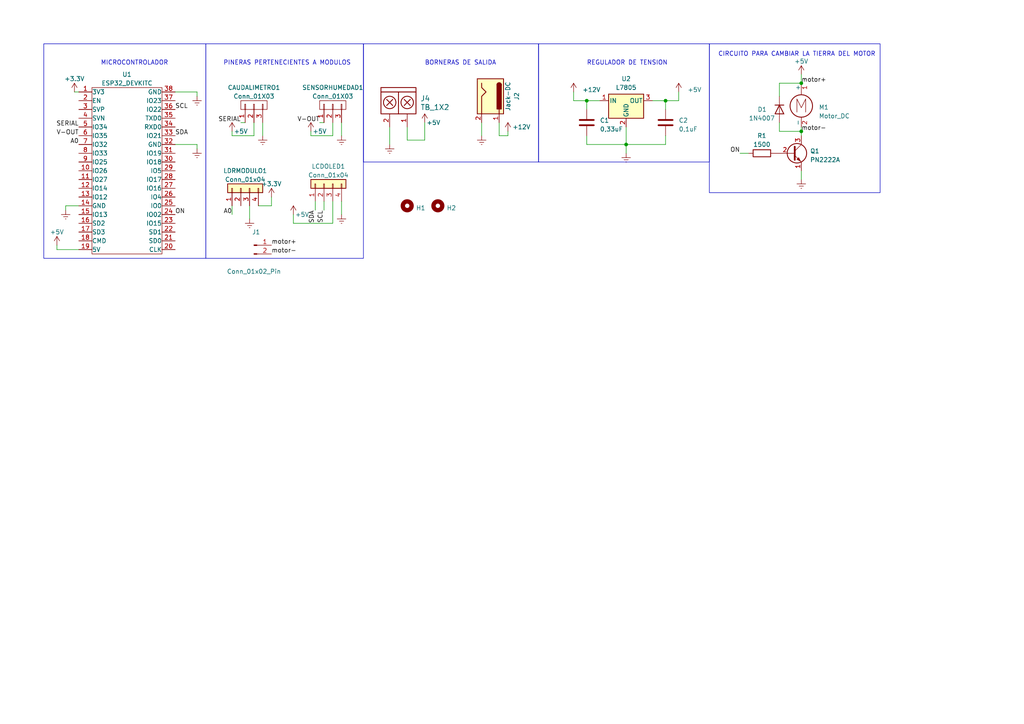
<source format=kicad_sch>
(kicad_sch (version 20230121) (generator eeschema)
  (paper "A4")
  (lib_symbols
    (symbol "Connector:Conn_01x02_Pin" (pin_names (offset 1.016) hide)
      (property "Reference" "J" (at 0 2.54 0))
      (property "Value" "Conn_01x02_Pin" (at 0 -5.08 0))
      (symbol "Conn_01x02_Pin_1_1"
        (polyline (pts (xy 1.27 -2.54) (xy 0.8636 -2.54)) (stroke (width 0.1524)))
        (polyline (pts (xy 1.27 0) (xy 0.8636 0)) (stroke (width 0.1524)))
        (rectangle (start 0.8636 -2.413) (end 0 -2.667) (stroke (width 0.1524)) (fill (type outline)))
        (rectangle (start 0.8636 0.127) (end 0 -0.127) (stroke (width 0.1524)) (fill (type outline)))
        (pin passive line (at 5.08 0 180) (length 3.81) (name "Pin_1") (number "1"))
        (pin passive line (at 5.08 -2.54 180) (length 3.81) (name "Pin_2") (number "2"))
      )
    )
    (symbol "Connector:Jack-DC" (pin_names (offset 1.016))
      (property "Reference" "J" (at 0 5.334 0))
      (property "Value" "Jack-DC" (at 0 -5.08 0))
      (symbol "Jack-DC_0_1"
        (rectangle (start -5.08 3.81) (end 5.08 -3.81) (stroke (width 0.254)) (fill (type background)))
        (arc (start -3.302 3.175) (mid -3.9343 2.54) (end -3.302 1.905) (stroke (width 0.254)))
        (arc (start -3.302 3.175) (mid -3.9343 2.54) (end -3.302 1.905) (stroke (width 0.254)) (fill (type outline)))
        (polyline (pts (xy 5.08 2.54) (xy 3.81 2.54)) (stroke (width 0.254)))
        (polyline (pts (xy -3.81 -2.54) (xy -2.54 -2.54) (xy -1.27 -1.27) (xy 0 -2.54) (xy 2.54 -2.54) (xy 5.08 -2.54)) (stroke (width 0.254)))
        (rectangle (start 3.683 3.175) (end -3.302 1.905) (stroke (width 0.254)) (fill (type outline)))
      )
      (symbol "Jack-DC_1_1"
        (pin passive line (at 7.62 2.54 180) (length 2.54) (name "~") (number "1"))
        (pin passive line (at 7.62 -2.54 180) (length 2.54) (name "~") (number "2"))
      )
    )
    (symbol "Device:C" (pin_numbers hide) (pin_names (offset 0.254))
      (property "Reference" "C" (at 0.635 2.54 0))
      (property "Value" "C" (at 0.635 -2.54 0))
      (symbol "C_0_1"
        (polyline (pts (xy -2.032 -0.762) (xy 2.032 -0.762)) (stroke (width 0.508)))
        (polyline (pts (xy -2.032 0.762) (xy 2.032 0.762)) (stroke (width 0.508)))
      )
      (symbol "C_1_1"
        (pin passive line (at 0 3.81 270) (length 2.794) (name "~") (number "1"))
        (pin passive line (at 0 -3.81 90) (length 2.794) (name "~") (number "2"))
      )
    )
    (symbol "Device:R" (pin_numbers hide) (pin_names (offset 0))
      (property "Reference" "R" (at 2.032 0 90))
      (property "Value" "R" (at 0 0 90))
      (symbol "R_0_1"
        (rectangle (start -1.016 -2.54) (end 1.016 2.54) (stroke (width 0.254)))
      )
      (symbol "R_1_1"
        (pin passive line (at 0 3.81 270) (length 1.27) (name "~") (number "1"))
        (pin passive line (at 0 -3.81 90) (length 1.27) (name "~") (number "2"))
      )
    )
    (symbol "Diode:1N4007" (pin_numbers hide) (pin_names hide)
      (property "Reference" "D" (at 0 2.54 0))
      (property "Value" "1N4007" (at 0 -2.54 0))
      (symbol "1N4007_0_1"
        (polyline (pts (xy -1.27 1.27) (xy -1.27 -1.27)) (stroke (width 0.254)))
        (polyline (pts (xy 1.27 0) (xy -1.27 0)))
        (polyline (pts (xy 1.27 1.27) (xy 1.27 -1.27) (xy -1.27 0) (xy 1.27 1.27)) (stroke (width 0.254)))
      )
      (symbol "1N4007_1_1"
        (pin passive line (at -3.81 0 0) (length 2.54) (name "K") (number "1"))
        (pin passive line (at 3.81 0 180) (length 2.54) (name "A") (number "2"))
      )
    )
    (symbol "Motor:Motor_DC" (pin_names (offset 0))
      (property "Reference" "M" (at 2.54 2.54 0))
      (property "Value" "Motor_DC" (at 2.54 -5.08 0))
      (symbol "Motor_DC_0_0"
        (polyline (pts (xy -1.27 -3.302) (xy -1.27 0.508) (xy 0 -2.032) (xy 1.27 0.508) (xy 1.27 -3.302)))
      )
      (symbol "Motor_DC_0_1"
        (circle (center 0 -1.524) (radius 3.2512) (stroke (width 0.254)))
        (polyline (pts (xy 0 -7.62) (xy 0 -7.112)))
        (polyline (pts (xy 0 -4.7752) (xy 0 -5.1816)))
        (polyline (pts (xy 0 1.7272) (xy 0 2.0828)))
        (polyline (pts (xy 0 2.032) (xy 0 2.54)))
      )
      (symbol "Motor_DC_1_1"
        (pin passive line (at 0 5.08 270) (length 2.54) (name "+") (number "1"))
        (pin passive line (at 0 -7.62 90) (length 2.54) (name "-") (number "2"))
      )
    )
    (symbol "Regulator_Linear:L7805" (pin_names (offset 0.254))
      (property "Reference" "U" (at -3.81 3.175 0))
      (property "Value" "L7805" (at 0 3.175 0))
      (symbol "L7805_0_1"
        (rectangle (start -5.08 1.905) (end 5.08 -5.08) (stroke (width 0.254)) (fill (type background)))
      )
      (symbol "L7805_1_1"
        (pin power_in line (at -7.62 0 0) (length 2.54) (name "IN") (number "1"))
        (pin power_in line (at 0 -7.62 90) (length 2.54) (name "GND") (number "2"))
        (pin power_out line (at 7.62 0 180) (length 2.54) (name "OUT") (number "3"))
      )
    )
    (symbol "Transistor_BJT:2N3904" (pin_names (offset 0) hide)
      (property "Reference" "Q" (at 5.08 1.905 0))
      (property "Value" "2N3904" (at 5.08 0 0))
      (symbol "2N3904_0_1"
        (polyline (pts (xy 0.635 0.635) (xy 2.54 2.54)))
        (polyline (pts (xy 0.635 -0.635) (xy 2.54 -2.54) (xy 2.54 -2.54)))
        (polyline (pts (xy 0.635 1.905) (xy 0.635 -1.905) (xy 0.635 -1.905)) (stroke (width 0.508)))
        (polyline (pts (xy 1.27 -1.778) (xy 1.778 -1.27) (xy 2.286 -2.286) (xy 1.27 -1.778) (xy 1.27 -1.778)) (fill (type outline)))
        (circle (center 1.27 0) (radius 2.8194) (stroke (width 0.254)))
      )
      (symbol "2N3904_1_1"
        (pin passive line (at 2.54 -5.08 90) (length 2.54) (name "E") (number "1"))
        (pin passive line (at -5.08 0 0) (length 5.715) (name "B") (number "2"))
        (pin passive line (at 2.54 5.08 270) (length 2.54) (name "C") (number "3"))
      )
    )
    (symbol "eestn5:Conn_01X03" (pin_names (offset 1.016) hide)
      (property "Reference" "J" (at 0 5.08 0))
      (property "Value" "Conn_01X03" (at 0 -5.08 0))
      (symbol "Conn_01X03_0_1"
        (rectangle (start -1.27 -2.413) (end 0.254 -2.667))
        (rectangle (start -1.27 0.127) (end 0.254 -0.127))
        (rectangle (start -1.27 2.667) (end 0.254 2.413))
        (rectangle (start -1.27 3.81) (end 1.27 -3.81))
      )
      (symbol "Conn_01X03_1_1"
        (pin passive line (at -5.08 2.54 0) (length 3.81) (name "P1") (number "1"))
        (pin passive line (at -5.08 0 0) (length 3.81) (name "P2") (number "2"))
        (pin passive line (at -5.08 -2.54 0) (length 3.81) (name "P3") (number "3"))
      )
    )
    (symbol "eestn5:Conn_01x04" (pin_names (offset 1.016) hide)
      (property "Reference" "J" (at 0 5.08 0))
      (property "Value" "Conn_01x04" (at 0 -7.62 0))
      (symbol "Conn_01x04_1_1"
        (rectangle (start -1.27 -4.953) (end 0 -5.207) (stroke (width 0.1524)))
        (rectangle (start -1.27 -2.413) (end 0 -2.667) (stroke (width 0.1524)))
        (rectangle (start -1.27 0.127) (end 0 -0.127) (stroke (width 0.1524)))
        (rectangle (start -1.27 2.667) (end 0 2.413) (stroke (width 0.1524)))
        (rectangle (start -1.27 3.81) (end 1.27 -6.35) (stroke (width 0.254)) (fill (type background)))
        (pin passive line (at -5.08 2.54 0) (length 3.81) (name "Pin_1") (number "1"))
        (pin passive line (at -5.08 0 0) (length 3.81) (name "Pin_2") (number "2"))
        (pin passive line (at -5.08 -2.54 0) (length 3.81) (name "Pin_3") (number "3"))
        (pin passive line (at -5.08 -5.08 0) (length 3.81) (name "Pin_4") (number "4"))
      )
    )
    (symbol "eestn5:ESP32_DEVKITC" (pin_names (offset 0.0254))
      (property "Reference" "U" (at 0 25.4 0))
      (property "Value" "ESP32_DEVKITC" (at 0 -25.4 0))
      (symbol "ESP32_DEVKITC_0_1"
        (rectangle (start -10.16 24.13) (end 10.16 -24.13))
      )
      (symbol "ESP32_DEVKITC_1_1"
        (pin passive line (at -13.97 22.86 0) (length 3.81) (name "3V3") (number "1"))
        (pin passive line (at -13.97 0 0) (length 3.81) (name "IO26") (number "10"))
        (pin passive line (at -13.97 -2.54 0) (length 3.81) (name "IO27") (number "11"))
        (pin passive line (at -13.97 -5.08 0) (length 3.81) (name "IO14") (number "12"))
        (pin passive line (at -13.97 -7.62 0) (length 3.81) (name "IO12") (number "13"))
        (pin passive line (at -13.97 -10.16 0) (length 3.81) (name "GND") (number "14"))
        (pin passive line (at -13.97 -12.7 0) (length 3.81) (name "IO13") (number "15"))
        (pin passive line (at -13.97 -15.24 0) (length 3.81) (name "SD2") (number "16"))
        (pin passive line (at -13.97 -17.78 0) (length 3.81) (name "SD3") (number "17"))
        (pin passive line (at -13.97 -20.32 0) (length 3.81) (name "CMD") (number "18"))
        (pin passive line (at -13.97 -22.86 0) (length 3.81) (name "5V") (number "19"))
        (pin passive line (at -13.97 20.32 0) (length 3.81) (name "EN") (number "2"))
        (pin passive line (at 13.97 -22.86 180) (length 3.81) (name "CLK") (number "20"))
        (pin passive line (at 13.97 -20.32 180) (length 3.81) (name "SD0") (number "21"))
        (pin passive line (at 13.97 -17.78 180) (length 3.81) (name "SD1") (number "22"))
        (pin passive line (at 13.97 -15.24 180) (length 3.81) (name "IO15") (number "23"))
        (pin passive line (at 13.97 -12.7 180) (length 3.81) (name "IO02") (number "24"))
        (pin passive line (at 13.97 -10.16 180) (length 3.81) (name "IO0") (number "25"))
        (pin passive line (at 13.97 -7.62 180) (length 3.81) (name "IO4") (number "26"))
        (pin passive line (at 13.97 -5.08 180) (length 3.81) (name "IO16") (number "27"))
        (pin passive line (at 13.97 -2.54 180) (length 3.81) (name "IO17") (number "28"))
        (pin passive line (at 13.97 0 180) (length 3.81) (name "IO5") (number "29"))
        (pin passive line (at -13.97 17.78 0) (length 3.81) (name "SVP") (number "3"))
        (pin passive line (at 13.97 2.54 180) (length 3.81) (name "IO18") (number "30"))
        (pin passive line (at 13.97 5.08 180) (length 3.81) (name "IO19") (number "31"))
        (pin passive line (at 13.97 7.62 180) (length 3.81) (name "GND") (number "32"))
        (pin passive line (at 13.97 10.16 180) (length 3.81) (name "IO21") (number "33"))
        (pin passive line (at 13.97 12.7 180) (length 3.81) (name "RXD0") (number "34"))
        (pin passive line (at 13.97 15.24 180) (length 3.81) (name "TXD0") (number "35"))
        (pin passive line (at 13.97 17.78 180) (length 3.81) (name "IO22") (number "36"))
        (pin passive line (at 13.97 20.32 180) (length 3.81) (name "IO23") (number "37"))
        (pin passive line (at 13.97 22.86 180) (length 3.81) (name "GND") (number "38"))
        (pin passive line (at -13.97 15.24 0) (length 3.81) (name "SVN") (number "4"))
        (pin passive line (at -13.97 12.7 0) (length 3.81) (name "IO34") (number "5"))
        (pin passive line (at -13.97 10.16 0) (length 3.81) (name "IO35") (number "6"))
        (pin passive line (at -13.97 7.62 0) (length 3.81) (name "IO32") (number "7"))
        (pin passive line (at -13.97 5.08 0) (length 3.81) (name "IO33") (number "8"))
        (pin passive line (at -13.97 2.54 0) (length 3.81) (name "IO25") (number "9"))
      )
    )
    (symbol "eestn5:Mounting_Hole" (pin_names (offset 1.016))
      (property "Reference" "H" (at 0 5.08 0))
      (symbol "Mounting_Hole_0_1"
        (circle (center 0 0) (radius 1.27) (stroke (width 1.27)))
      )
    )
    (symbol "eestn5:TB_1X2" (pin_names (offset 1.016))
      (property "Reference" "J" (at 0 7.62 0))
      (property "Value" "TB_1X2" (at 1.27 -7.62 0))
      (symbol "TB_1X2_0_1"
        (rectangle (start -2.54 5.08) (end 5.08 -5.08) (stroke (width 0.254)))
        (polyline (pts (xy -1.27 0) (xy 5.08 0)) (stroke (width 0.254)))
        (polyline (pts (xy -1.27 5.08) (xy -1.27 -5.08)) (stroke (width 0.254)))
        (polyline (pts (xy 0.889 -3.429) (xy 2.667 -1.651)) (stroke (width 0.254)))
        (polyline (pts (xy 0.889 -1.651) (xy 2.667 -3.429)) (stroke (width 0.254)))
        (polyline (pts (xy 0.889 1.651) (xy 2.667 3.429)) (stroke (width 0.254)))
        (polyline (pts (xy 0.889 3.429) (xy 2.667 1.651)) (stroke (width 0.254)))
        (circle (center 1.778 -2.54) (radius 1.8034) (stroke (width 0.254)))
        (circle (center 1.778 2.54) (radius 1.8034) (stroke (width 0.254)))
      )
      (symbol "TB_1X2_1_1"
        (pin input line (at 8.89 2.54 180) (length 3.81) (name "~") (number "1"))
        (pin input line (at 8.89 -2.54 180) (length 3.81) (name "~") (number "2"))
      )
    )
    (symbol "power:+12V" (power) (pin_names (offset 0))
      (property "Value" "+12V" (at 0 3.556 0))
      (symbol "+12V_0_1"
        (polyline (pts (xy -0.762 1.27) (xy 0 2.54)))
        (polyline (pts (xy 0 0) (xy 0 2.54)))
        (polyline (pts (xy 0 2.54) (xy 0.762 1.27)))
      )
      (symbol "+12V_1_1"
        (pin power_in line (at 0 0 90) (length 0) hide (name "+12V") (number "1"))
      )
    )
    (symbol "power:+3.3V" (power) (pin_names (offset 0))
      (property "Value" "+3.3V" (at 0 3.556 0))
      (symbol "+3.3V_0_1"
        (polyline (pts (xy -0.762 1.27) (xy 0 2.54)))
        (polyline (pts (xy 0 0) (xy 0 2.54)))
        (polyline (pts (xy 0 2.54) (xy 0.762 1.27)))
      )
      (symbol "+3.3V_1_1"
        (pin power_in line (at 0 0 90) (length 0) hide (name "+3.3V") (number "1"))
      )
    )
    (symbol "power:+5V" (power) (pin_names (offset 0))
      (property "Value" "+5V" (at 0 3.556 0))
      (symbol "+5V_0_1"
        (polyline (pts (xy -0.762 1.27) (xy 0 2.54)))
        (polyline (pts (xy 0 0) (xy 0 2.54)))
        (polyline (pts (xy 0 2.54) (xy 0.762 1.27)))
      )
      (symbol "+5V_1_1"
        (pin power_in line (at 0 0 90) (length 0) hide (name "+5V") (number "1"))
      )
    )
    (symbol "power:Earth" (power) (pin_names (offset 0))
      (symbol "Earth_0_1"
        (polyline (pts (xy -0.635 -1.905) (xy 0.635 -1.905)))
        (polyline (pts (xy -0.127 -2.54) (xy 0.127 -2.54)))
        (polyline (pts (xy 0 -1.27) (xy 0 0)))
        (polyline (pts (xy 1.27 -1.27) (xy -1.27 -1.27)))
      )
      (symbol "Earth_1_1"
        (pin power_in line (at 0 0 270) (length 0) hide (name "Earth") (number "1"))
      )
    )
  )
  (junction (at 232.41 38.1))
  (junction (at 181.61 41.91))
  (junction (at 170.18 29.21))
  (junction (at 232.41 24.13))
  (junction (at 193.04 29.21))
  (wire (pts (xy 73.66 39.37) (xy 67.31 39.37)))
  (wire (pts (xy 118.11 36.83) (xy 118.11 40.64)))
  (wire (pts (xy 170.18 29.21) (xy 170.18 31.75)))
  (wire (pts (xy 144.78 35.56) (xy 144.78 39.37)))
  (wire (pts (xy 193.04 29.21) (xy 193.04 31.75)))
  (wire (pts (xy 189.23 29.21) (xy 193.04 29.21)))
  (wire (pts (xy 76.2 35.56) (xy 76.2 39.37)))
  (wire (pts (xy 99.06 35.56) (xy 99.06 39.37)))
  (wire (pts (xy 170.18 39.37) (xy 170.18 41.91)))
  (wire (pts (xy 22.86 72.39) (xy 16.51 72.39)))
  (wire (pts (xy 69.85 35.56) (xy 71.12 35.56)))
  (wire (pts (xy 226.06 24.13) (xy 232.41 24.13)))
  (wire (pts (xy 214.63 44.45) (xy 217.17 44.45)))
  (wire (pts (xy 19.05 59.69) (xy 19.05 60.96)))
  (wire (pts (xy 193.04 29.21) (xy 196.85 29.21)))
  (wire (pts (xy 78.74 59.69) (xy 78.74 57.15)))
  (wire (pts (xy 226.06 27.94) (xy 226.06 24.13)))
  (wire (pts (xy 196.85 26.67) (xy 196.85 29.21)))
  (wire (pts (xy 123.19 35.56) (xy 123.19 40.64)))
  (wire (pts (xy 118.11 40.64) (xy 123.19 40.64)))
  (wire (pts (xy 85.09 64.77) (xy 85.09 62.23)))
  (wire (pts (xy 96.52 35.56) (xy 96.52 39.37)))
  (wire (pts (xy 96.52 58.42) (xy 96.52 64.77)))
  (wire (pts (xy 93.98 60.96) (xy 93.98 58.42)))
  (wire (pts (xy 67.31 62.23) (xy 67.31 59.69)))
  (wire (pts (xy 232.41 21.59) (xy 232.41 24.13)))
  (wire (pts (xy 166.37 26.67) (xy 166.37 29.21)))
  (wire (pts (xy 22.86 59.69) (xy 19.05 59.69)))
  (wire (pts (xy 57.15 41.91) (xy 57.15 43.18)))
  (wire (pts (xy 232.41 36.83) (xy 232.41 38.1)))
  (wire (pts (xy 96.52 39.37) (xy 90.17 39.37)))
  (wire (pts (xy 226.06 35.56) (xy 226.06 38.1)))
  (wire (pts (xy 92.71 35.56) (xy 93.98 35.56)))
  (wire (pts (xy 73.66 35.56) (xy 73.66 39.37)))
  (wire (pts (xy 144.78 39.37) (xy 147.32 39.37)))
  (wire (pts (xy 147.32 38.1) (xy 147.32 39.37)))
  (wire (pts (xy 72.39 59.69) (xy 72.39 63.5)))
  (wire (pts (xy 193.04 39.37) (xy 193.04 41.91)))
  (wire (pts (xy 96.52 64.77) (xy 85.09 64.77)))
  (wire (pts (xy 74.93 59.69) (xy 78.74 59.69)))
  (wire (pts (xy 50.8 41.91) (xy 57.15 41.91)))
  (wire (pts (xy 21.59 26.67) (xy 22.86 26.67)))
  (wire (pts (xy 90.17 38.1) (xy 90.17 39.37)))
  (wire (pts (xy 50.8 26.67) (xy 57.15 26.67)))
  (wire (pts (xy 99.06 58.42) (xy 99.06 62.23)))
  (wire (pts (xy 67.31 38.1) (xy 67.31 39.37)))
  (wire (pts (xy 181.61 41.91) (xy 181.61 44.45)))
  (wire (pts (xy 16.51 72.39) (xy 16.51 71.12)))
  (wire (pts (xy 170.18 41.91) (xy 181.61 41.91)))
  (wire (pts (xy 232.41 38.1) (xy 232.41 39.37)))
  (wire (pts (xy 232.41 49.53) (xy 232.41 52.07)))
  (wire (pts (xy 139.7 35.56) (xy 139.7 39.37)))
  (wire (pts (xy 170.18 29.21) (xy 173.99 29.21)))
  (wire (pts (xy 193.04 41.91) (xy 181.61 41.91)))
  (wire (pts (xy 226.06 38.1) (xy 232.41 38.1)))
  (wire (pts (xy 181.61 36.83) (xy 181.61 41.91)))
  (wire (pts (xy 166.37 29.21) (xy 170.18 29.21)))
  (wire (pts (xy 91.44 60.96) (xy 91.44 58.42)))
  (wire (pts (xy 57.15 26.67) (xy 57.15 27.94)))
  (wire (pts (xy 113.03 36.83) (xy 113.03 41.91)))
  (rectangle (start 205.74 12.7) (end 255.27 55.88))
  (rectangle (start 59.69 12.7) (end 105.41 74.93))
  (rectangle (start 105.41 12.7) (end 156.21 46.99))
  (rectangle (start 12.7 12.7) (end 59.69 74.93))
  (rectangle (start 156.21 12.7) (end 205.74 46.99))
  (text "REGULADOR DE TENSION\n" (at 170.18 19.05 0) (effects (font (size 1.27 1.27)) (justify left bottom)))
  (text "MICROCONTROLADOR" (at 29.21 19.05 0) (effects (font (size 1.27 1.27)) (justify left bottom)))
  (text "PINERAS PERTENECIENTES A MODULOS" (at 64.77 19.05 0) (effects (font (size 1.27 1.27)) (justify left bottom)))
  (text "BORNERAS DE SALIDA" (at 123.19 19.05 0) (effects (font (size 1.27 1.27)) (justify left bottom)))
  (text "CIRCUITO PARA CAMBIAR LA TIERRA DEL MOTOR" (at 208.28 16.51 0) (effects (font (size 1.27 1.27)) (justify left bottom)))
  (label "motor-" (at 78.74 73.66 0))
  (label "ON" (at 214.63 44.45 180))
  (label "SCL" (at 50.8 31.75 0))
  (label "V-OUT" (at 92.71 35.56 180))
  (label "SCL" (at 93.98 60.96 270))
  (label "SERIAL" (at 69.85 35.56 180))
  (label "motor+" (at 78.74 71.12 0))
  (label "SDA" (at 50.8 39.37 0))
  (label "SDA" (at 91.44 60.96 270))
  (label "A0" (at 22.86 41.91 180))
  (label "A0" (at 67.31 62.23 180))
  (label "V-OUT" (at 22.86 39.37 180))
  (label "ON" (at 50.8 62.23 0))
  (label "motor+" (at 232.41 24.13 0))
  (label "motor-" (at 232.41 38.1 0))
  (label "SERIAL" (at 22.86 36.83 180))
  (symbol (lib_id "power:Earth") (at 139.7 39.37 0) (unit 1)
    (property "Reference" "#PWR023" (effects hide))
    (property "Value" "Earth" (effects hide))
  )
  (symbol (lib_id "power:Earth") (at 19.05 60.96 0) (unit 1)
    (property "Reference" "#PWR014" (effects hide))
    (property "Value" "Earth" (effects hide))
  )
  (symbol (lib_id "eestn5:TB_1X2") (at 115.57 27.94 270) (unit 1)
    (property "Reference" "J4" (at 121.92 28.575 90) (effects (font (size 1.524 1.524)) (justify left)))
    (property "Value" "TB_1X2" (at 121.92 31.115 90) (effects (font (size 1.524 1.524)) (justify left)))
    (property "Footprint" "eestn5:BORNERA2" (effects hide))
  )
  (symbol (lib_id "power:Earth") (at 99.06 39.37 0) (unit 1)
    (property "Reference" "#PWR013" (effects hide))
    (property "Value" "Earth" (effects hide))
  )
  (symbol (lib_id "Device:C") (at 170.18 35.56 0) (unit 1)
    (property "Reference" "C1" (at 173.99 34.925 0) (effects (justify left)))
    (property "Value" "0,33uF" (at 173.99 37.465 0) (effects (justify left)))
    (property "Footprint" "EESTN5:CAP_0.1" (effects hide))
  )
  (symbol (lib_id "eestn5:Conn_01X03") (at 96.52 30.48 90) (unit 1)
    (property "Reference" "SENSORHUMEDAD1" (at 96.52 25.4 90))
    (property "Value" "Conn_01X03" (at 96.52 27.94 90))
    (property "Footprint" "eestn5:Pin_Strip_3" (effects hide))
  )
  (symbol (lib_id "power:+5V") (at 85.09 62.23 0) (unit 1)
    (property "Reference" "#PWR016" (effects hide))
    (property "Value" "+5V" (at 87.63 62.23 0))
  )
  (symbol (lib_id "power:+12V") (at 166.37 26.67 0) (unit 1)
    (property "Reference" "#PWR05" (effects hide))
    (property "Value" "+12V" (at 168.91 26.035 0) (effects (justify left)))
  )
  (symbol (lib_id "power:+5V") (at 67.31 38.1 0) (unit 1)
    (property "Reference" "#PWR011" (effects hide))
    (property "Value" "+5V" (at 69.85 38.1 0))
  )
  (symbol (lib_id "eestn5:Mounting_Hole") (at 118.11 59.69 0) (unit 1)
    (property "Reference" "H1" (at 120.65 60.325 0) (effects (justify left)))
    (property "Value" "Mounting_Hole" (effects hide))
    (property "Footprint" "eestn5:hole_3mm" (effects hide))
  )
  (symbol (lib_id "Device:C") (at 193.04 35.56 0) (unit 1)
    (property "Reference" "C2" (at 196.85 34.925 0) (effects (justify left)))
    (property "Value" "0,1uF" (at 196.85 37.465 0) (effects (justify left)))
    (property "Footprint" "EESTN5:CAP_0.1" (effects hide))
  )
  (symbol (lib_id "Transistor_BJT:2N3904") (at 229.87 44.45 0) (unit 1)
    (property "Reference" "Q1" (at 234.95 43.815 0) (effects (justify left)))
    (property "Value" "PN2222A" (at 234.95 46.355 0) (effects (justify left)))
    (property "Footprint" "Package_TO_SOT_THT:TO-92_Wide" (effects hide))
    (property "Datasheet" "https://www.onsemi.com/pub/Collateral/2N3903-D.PDF" (effects hide))
  )
  (symbol (lib_id "power:Earth") (at 181.61 44.45 0) (unit 1)
    (property "Reference" "#PWR06" (effects hide))
    (property "Value" "Earth" (effects hide))
  )
  (symbol (lib_id "Device:R") (at 220.98 44.45 270) (unit 1)
    (property "Reference" "R1" (at 220.98 39.37 90))
    (property "Value" "1500" (at 220.98 41.91 90))
    (property "Footprint" "eestn5:RES0.3" (effects hide))
  )
  (symbol (lib_id "power:+5V") (at 196.85 26.67 0) (unit 1)
    (property "Reference" "#PWR07" (effects hide))
    (property "Value" "+5V" (at 199.39 26.035 0) (effects (justify left)))
  )
  (symbol (lib_id "power:+3.3V") (at 21.59 26.67 0) (unit 1)
    (property "Reference" "#PWR04" (effects hide))
    (property "Value" "+3.3V" (at 21.59 22.86 0))
  )
  (symbol (lib_id "power:Earth") (at 57.15 43.18 0) (unit 1)
    (property "Reference" "#PWR015" (effects hide))
    (property "Value" "Earth" (effects hide))
  )
  (symbol (lib_id "Regulator_Linear:L7805") (at 181.61 29.21 0) (unit 1)
    (property "Reference" "U2" (at 181.61 22.86 0))
    (property "Value" "L7805" (at 181.61 25.4 0))
    (property "Footprint" "eestn5:TO-220" (effects hide))
    (property "Datasheet" "http://www.st.com/content/ccc/resource/technical/document/datasheet/41/4f/b3/b0/12/d4/47/88/CD00000444.pdf/files/CD00000444.pdf/jcr:content/translations/en.CD00000444.pdf" (effects hide))
  )
  (symbol (lib_id "eestn5:ESP32_DEVKITC") (at 36.83 49.53 0) (unit 1)
    (property "Reference" "U1" (at 36.83 21.59 0))
    (property "Value" "ESP32_DEVKITC" (at 36.83 24.13 0))
    (property "Footprint" "eestn5:ESP32S" (effects hide))
  )
  (symbol (lib_id "power:Earth") (at 72.39 63.5 0) (unit 1)
    (property "Reference" "#PWR019" (effects hide))
    (property "Value" "Earth" (effects hide))
  )
  (symbol (lib_id "power:Earth") (at 57.15 27.94 0) (unit 1)
    (property "Reference" "#PWR09" (effects hide))
    (property "Value" "Earth" (effects hide))
  )
  (symbol (lib_id "eestn5:Mounting_Hole") (at 127 59.69 0) (unit 1)
    (property "Reference" "H2" (at 129.54 60.325 0) (effects (justify left)))
    (property "Value" "Mounting_Hole" (effects hide))
    (property "Footprint" "eestn5:hole_3mm" (effects hide))
  )
  (symbol (lib_id "power:+5V") (at 16.51 71.12 0) (unit 1)
    (property "Reference" "#PWR08" (effects hide))
    (property "Value" "+5V" (at 16.51 67.31 0))
  )
  (symbol (lib_id "Connector:Conn_01x02_Pin") (at 73.66 71.12 0) (unit 1)
    (property "Reference" "J1" (at 74.295 67.31 0))
    (property "Value" "Conn_01x02_Pin" (at 73.66 78.74 0))
    (property "Footprint" "Connector_PinHeader_2.54mm:PinHeader_1x02_P2.54mm_Vertical" (effects hide))
  )
  (symbol (lib_id "eestn5:Conn_01x04") (at 69.85 54.61 90) (unit 1)
    (property "Reference" "LDRMODULO1" (at 71.12 49.53 90))
    (property "Value" "Conn_01x04" (at 71.12 52.07 90))
    (property "Footprint" "eestn5:pin_strip_4" (effects hide))
  )
  (symbol (lib_id "Diode:1N4007") (at 226.06 31.75 270) (unit 1)
    (property "Reference" "D1" (at 219.71 31.75 90) (effects (justify left)))
    (property "Value" "1N4007" (at 217.17 34.29 90) (effects (justify left)))
    (property "Footprint" "Diode_THT:D_DO-41_SOD81_P10.16mm_Horizontal" (effects hide))
    (property "Datasheet" "http://www.vishay.com/docs/88503/1n4001.pdf" (effects hide))
    (property "Sim.Device" "D" (effects hide))
    (property "Sim.Pins" "1=K 2=A" (effects hide))
  )
  (symbol (lib_id "eestn5:Conn_01X03") (at 73.66 30.48 90) (unit 1)
    (property "Reference" "CAUDALIMETRO1" (at 73.66 25.4 90))
    (property "Value" "Conn_01X03" (at 73.66 27.94 90))
    (property "Footprint" "eestn5:Pin_Strip_3" (effects hide))
  )
  (symbol (lib_id "power:+5V") (at 232.41 21.59 0) (unit 1)
    (property "Reference" "#PWR020" (effects hide))
    (property "Value" "+5V" (at 232.41 17.78 0))
  )
  (symbol (lib_id "Connector:Jack-DC") (at 142.24 27.94 270) (unit 1)
    (property "Reference" "J2" (at 149.86 27.94 0))
    (property "Value" "Jack-DC" (at 147.32 27.94 0))
    (property "Footprint" "jack dc 12v 2 patas:CUI_PJ-037AH" (effects hide))
  )
  (symbol (lib_id "power:Earth") (at 113.03 41.91 0) (unit 1)
    (property "Reference" "#PWR02" (effects hide))
    (property "Value" "Earth" (effects hide))
  )
  (symbol (lib_id "power:Earth") (at 99.06 62.23 0) (unit 1)
    (property "Reference" "#PWR017" (effects hide))
    (property "Value" "Earth" (effects hide))
  )
  (symbol (lib_id "Motor:Motor_DC") (at 232.41 29.21 0) (unit 1)
    (property "Reference" "M1" (at 237.49 31.115 0) (effects (justify left)))
    (property "Value" "Motor_DC" (at 237.49 33.655 0) (effects (justify left)))
  )
  (symbol (lib_id "power:+5V") (at 123.19 35.56 0) (unit 1)
    (property "Reference" "#PWR021" (effects hide))
    (property "Value" "+5V" (at 125.73 35.56 0))
  )
  (symbol (lib_id "power:+5V") (at 90.17 38.1 0) (unit 1)
    (property "Reference" "#PWR012" (effects hide))
    (property "Value" "+5V" (at 92.71 38.1 0))
  )
  (symbol (lib_id "eestn5:Conn_01x04") (at 93.98 53.34 90) (unit 1)
    (property "Reference" "LCDOLED1" (at 95.25 48.26 90))
    (property "Value" "Conn_01x04" (at 95.25 50.8 90))
    (property "Footprint" "eestn5:pin_strip_4" (effects hide))
  )
  (symbol (lib_id "power:Earth") (at 232.41 52.07 0) (unit 1)
    (property "Reference" "#PWR01" (effects hide))
    (property "Value" "Earth" (effects hide))
  )
  (symbol (lib_id "power:+3.3V") (at 78.74 57.15 0) (unit 1)
    (property "Reference" "#PWR03" (effects hide))
    (property "Value" "+3.3V" (at 78.74 53.34 0))
  )
  (symbol (lib_id "power:Earth") (at 76.2 39.37 0) (unit 1)
    (property "Reference" "#PWR010" (effects hide))
    (property "Value" "Earth" (effects hide))
  )
  (symbol (lib_id "power:+12V") (at 147.32 38.1 0) (unit 1)
    (property "Reference" "#PWR022" (effects hide))
    (property "Value" "+12V" (at 148.59 36.83 0) (effects (justify left)))
  )
)
</source>
